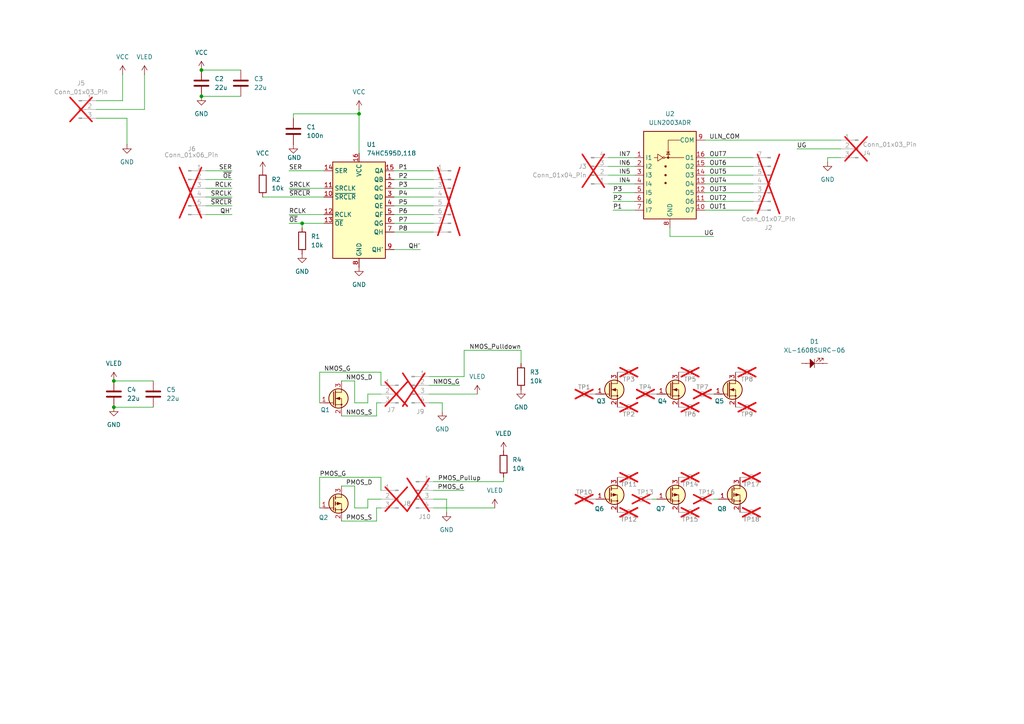
<source format=kicad_sch>
(kicad_sch (version 20231120) (generator "eeschema") (generator_version "8.0")
  (paper "A4")
  (lib_symbols
    (symbol "74xx:74HC595"
      (property "Reference" "U" (at -7.62 13.97 0))
      (property "Value" "74HC595" (at -7.62 -16.51 0))
      (symbol "74HC595_1_0"
        (pin tri_state line (at 10.16 7.62 180) (length 2.54) (name "QB") (number "1"))
        (pin input line (at -10.16 2.54 0) (length 2.54) (name "~{SRCLR}") (number "10"))
        (pin input line (at -10.16 5.08 0) (length 2.54) (name "SRCLK") (number "11"))
        (pin input line (at -10.16 -2.54 0) (length 2.54) (name "RCLK") (number "12"))
        (pin input line (at -10.16 -5.08 0) (length 2.54) (name "~{OE}") (number "13"))
        (pin input line (at -10.16 10.16 0) (length 2.54) (name "SER") (number "14"))
        (pin tri_state line (at 10.16 10.16 180) (length 2.54) (name "QA") (number "15"))
        (pin power_in line (at 0 15.24 270) (length 2.54) (name "VCC") (number "16"))
        (pin tri_state line (at 10.16 5.08 180) (length 2.54) (name "QC") (number "2"))
        (pin tri_state line (at 10.16 2.54 180) (length 2.54) (name "QD") (number "3"))
        (pin tri_state line (at 10.16 0 180) (length 2.54) (name "QE") (number "4"))
        (pin tri_state line (at 10.16 -2.54 180) (length 2.54) (name "QF") (number "5"))
        (pin tri_state line (at 10.16 -5.08 180) (length 2.54) (name "QG") (number "6"))
        (pin tri_state line (at 10.16 -7.62 180) (length 2.54) (name "QH") (number "7"))
        (pin power_in line (at 0 -17.78 90) (length 2.54) (name "GND") (number "8"))
        (pin output line (at 10.16 -12.7 180) (length 2.54) (name "QH'") (number "9"))
      )
      (symbol "74HC595_1_1"
        (rectangle (start -7.62 12.7) (end 7.62 -15.24) (stroke (width 0.254)) (fill (type background)))
      )
    )
    (symbol "Connector:Conn_01x03_Pin" (pin_names (offset 1.016) hide)
      (property "Reference" "J" (at 0 5.08 0))
      (property "Value" "Conn_01x03_Pin" (at 0 -5.08 0))
      (symbol "Conn_01x03_Pin_1_1"
        (polyline (pts (xy 1.27 -2.54) (xy 0.8636 -2.54)) (stroke (width 0.1524)))
        (polyline (pts (xy 1.27 0) (xy 0.8636 0)) (stroke (width 0.1524)))
        (polyline (pts (xy 1.27 2.54) (xy 0.8636 2.54)) (stroke (width 0.1524)))
        (rectangle (start 0.8636 -2.413) (end 0 -2.667) (stroke (width 0.1524)) (fill (type outline)))
        (rectangle (start 0.8636 0.127) (end 0 -0.127) (stroke (width 0.1524)) (fill (type outline)))
        (rectangle (start 0.8636 2.667) (end 0 2.413) (stroke (width 0.1524)) (fill (type outline)))
        (pin passive line (at 5.08 2.54 180) (length 3.81) (name "Pin_1") (number "1"))
        (pin passive line (at 5.08 0 180) (length 3.81) (name "Pin_2") (number "2"))
        (pin passive line (at 5.08 -2.54 180) (length 3.81) (name "Pin_3") (number "3"))
      )
    )
    (symbol "Connector:Conn_01x04_Pin" (pin_names (offset 1.016) hide)
      (property "Reference" "J" (at 0 5.08 0))
      (property "Value" "Conn_01x04_Pin" (at 0 -7.62 0))
      (symbol "Conn_01x04_Pin_1_1"
        (polyline (pts (xy 1.27 -5.08) (xy 0.8636 -5.08)) (stroke (width 0.1524)))
        (polyline (pts (xy 1.27 -2.54) (xy 0.8636 -2.54)) (stroke (width 0.1524)))
        (polyline (pts (xy 1.27 0) (xy 0.8636 0)) (stroke (width 0.1524)))
        (polyline (pts (xy 1.27 2.54) (xy 0.8636 2.54)) (stroke (width 0.1524)))
        (rectangle (start 0.8636 -4.953) (end 0 -5.207) (stroke (width 0.1524)) (fill (type outline)))
        (rectangle (start 0.8636 -2.413) (end 0 -2.667) (stroke (width 0.1524)) (fill (type outline)))
        (rectangle (start 0.8636 0.127) (end 0 -0.127) (stroke (width 0.1524)) (fill (type outline)))
        (rectangle (start 0.8636 2.667) (end 0 2.413) (stroke (width 0.1524)) (fill (type outline)))
        (pin passive line (at 5.08 2.54 180) (length 3.81) (name "Pin_1") (number "1"))
        (pin passive line (at 5.08 0 180) (length 3.81) (name "Pin_2") (number "2"))
        (pin passive line (at 5.08 -2.54 180) (length 3.81) (name "Pin_3") (number "3"))
        (pin passive line (at 5.08 -5.08 180) (length 3.81) (name "Pin_4") (number "4"))
      )
    )
    (symbol "Connector:Conn_01x06_Pin" (pin_names (offset 1.016) hide)
      (property "Reference" "J" (at 0 7.62 0))
      (property "Value" "Conn_01x06_Pin" (at 0 -10.16 0))
      (symbol "Conn_01x06_Pin_1_1"
        (polyline (pts (xy 1.27 -7.62) (xy 0.8636 -7.62)) (stroke (width 0.1524)))
        (polyline (pts (xy 1.27 -5.08) (xy 0.8636 -5.08)) (stroke (width 0.1524)))
        (polyline (pts (xy 1.27 -2.54) (xy 0.8636 -2.54)) (stroke (width 0.1524)))
        (polyline (pts (xy 1.27 0) (xy 0.8636 0)) (stroke (width 0.1524)))
        (polyline (pts (xy 1.27 2.54) (xy 0.8636 2.54)) (stroke (width 0.1524)))
        (polyline (pts (xy 1.27 5.08) (xy 0.8636 5.08)) (stroke (width 0.1524)))
        (rectangle (start 0.8636 -7.493) (end 0 -7.747) (stroke (width 0.1524)) (fill (type outline)))
        (rectangle (start 0.8636 -4.953) (end 0 -5.207) (stroke (width 0.1524)) (fill (type outline)))
        (rectangle (start 0.8636 -2.413) (end 0 -2.667) (stroke (width 0.1524)) (fill (type outline)))
        (rectangle (start 0.8636 0.127) (end 0 -0.127) (stroke (width 0.1524)) (fill (type outline)))
        (rectangle (start 0.8636 2.667) (end 0 2.413) (stroke (width 0.1524)) (fill (type outline)))
        (rectangle (start 0.8636 5.207) (end 0 4.953) (stroke (width 0.1524)) (fill (type outline)))
        (pin passive line (at 5.08 5.08 180) (length 3.81) (name "Pin_1") (number "1"))
        (pin passive line (at 5.08 2.54 180) (length 3.81) (name "Pin_2") (number "2"))
        (pin passive line (at 5.08 0 180) (length 3.81) (name "Pin_3") (number "3"))
        (pin passive line (at 5.08 -2.54 180) (length 3.81) (name "Pin_4") (number "4"))
        (pin passive line (at 5.08 -5.08 180) (length 3.81) (name "Pin_5") (number "5"))
        (pin passive line (at 5.08 -7.62 180) (length 3.81) (name "Pin_6") (number "6"))
      )
    )
    (symbol "Connector:Conn_01x07_Pin" (pin_names (offset 1.016) hide)
      (property "Reference" "J" (at 0 10.16 0))
      (property "Value" "Conn_01x07_Pin" (at 0 -10.16 0))
      (symbol "Conn_01x07_Pin_1_1"
        (polyline (pts (xy 1.27 -7.62) (xy 0.8636 -7.62)) (stroke (width 0.1524)))
        (polyline (pts (xy 1.27 -5.08) (xy 0.8636 -5.08)) (stroke (width 0.1524)))
        (polyline (pts (xy 1.27 -2.54) (xy 0.8636 -2.54)) (stroke (width 0.1524)))
        (polyline (pts (xy 1.27 0) (xy 0.8636 0)) (stroke (width 0.1524)))
        (polyline (pts (xy 1.27 2.54) (xy 0.8636 2.54)) (stroke (width 0.1524)))
        (polyline (pts (xy 1.27 5.08) (xy 0.8636 5.08)) (stroke (width 0.1524)))
        (polyline (pts (xy 1.27 7.62) (xy 0.8636 7.62)) (stroke (width 0.1524)))
        (rectangle (start 0.8636 -7.493) (end 0 -7.747) (stroke (width 0.1524)) (fill (type outline)))
        (rectangle (start 0.8636 -4.953) (end 0 -5.207) (stroke (width 0.1524)) (fill (type outline)))
        (rectangle (start 0.8636 -2.413) (end 0 -2.667) (stroke (width 0.1524)) (fill (type outline)))
        (rectangle (start 0.8636 0.127) (end 0 -0.127) (stroke (width 0.1524)) (fill (type outline)))
        (rectangle (start 0.8636 2.667) (end 0 2.413) (stroke (width 0.1524)) (fill (type outline)))
        (rectangle (start 0.8636 5.207) (end 0 4.953) (stroke (width 0.1524)) (fill (type outline)))
        (rectangle (start 0.8636 7.747) (end 0 7.493) (stroke (width 0.1524)) (fill (type outline)))
        (pin passive line (at 5.08 7.62 180) (length 3.81) (name "Pin_1") (number "1"))
        (pin passive line (at 5.08 5.08 180) (length 3.81) (name "Pin_2") (number "2"))
        (pin passive line (at 5.08 2.54 180) (length 3.81) (name "Pin_3") (number "3"))
        (pin passive line (at 5.08 0 180) (length 3.81) (name "Pin_4") (number "4"))
        (pin passive line (at 5.08 -2.54 180) (length 3.81) (name "Pin_5") (number "5"))
        (pin passive line (at 5.08 -5.08 180) (length 3.81) (name "Pin_6") (number "6"))
        (pin passive line (at 5.08 -7.62 180) (length 3.81) (name "Pin_7") (number "7"))
      )
    )
    (symbol "Connector:Conn_01x08_Pin" (pin_names (offset 1.016) hide)
      (property "Reference" "J" (at 0 10.16 0))
      (property "Value" "Conn_01x08_Pin" (at 0 -12.7 0))
      (symbol "Conn_01x08_Pin_1_1"
        (polyline (pts (xy 1.27 -10.16) (xy 0.8636 -10.16)) (stroke (width 0.1524)))
        (polyline (pts (xy 1.27 -7.62) (xy 0.8636 -7.62)) (stroke (width 0.1524)))
        (polyline (pts (xy 1.27 -5.08) (xy 0.8636 -5.08)) (stroke (width 0.1524)))
        (polyline (pts (xy 1.27 -2.54) (xy 0.8636 -2.54)) (stroke (width 0.1524)))
        (polyline (pts (xy 1.27 0) (xy 0.8636 0)) (stroke (width 0.1524)))
        (polyline (pts (xy 1.27 2.54) (xy 0.8636 2.54)) (stroke (width 0.1524)))
        (polyline (pts (xy 1.27 5.08) (xy 0.8636 5.08)) (stroke (width 0.1524)))
        (polyline (pts (xy 1.27 7.62) (xy 0.8636 7.62)) (stroke (width 0.1524)))
        (rectangle (start 0.8636 -10.033) (end 0 -10.287) (stroke (width 0.1524)) (fill (type outline)))
        (rectangle (start 0.8636 -7.493) (end 0 -7.747) (stroke (width 0.1524)) (fill (type outline)))
        (rectangle (start 0.8636 -4.953) (end 0 -5.207) (stroke (width 0.1524)) (fill (type outline)))
        (rectangle (start 0.8636 -2.413) (end 0 -2.667) (stroke (width 0.1524)) (fill (type outline)))
        (rectangle (start 0.8636 0.127) (end 0 -0.127) (stroke (width 0.1524)) (fill (type outline)))
        (rectangle (start 0.8636 2.667) (end 0 2.413) (stroke (width 0.1524)) (fill (type outline)))
        (rectangle (start 0.8636 5.207) (end 0 4.953) (stroke (width 0.1524)) (fill (type outline)))
        (rectangle (start 0.8636 7.747) (end 0 7.493) (stroke (width 0.1524)) (fill (type outline)))
        (pin passive line (at 5.08 7.62 180) (length 3.81) (name "Pin_1") (number "1"))
        (pin passive line (at 5.08 5.08 180) (length 3.81) (name "Pin_2") (number "2"))
        (pin passive line (at 5.08 2.54 180) (length 3.81) (name "Pin_3") (number "3"))
        (pin passive line (at 5.08 0 180) (length 3.81) (name "Pin_4") (number "4"))
        (pin passive line (at 5.08 -2.54 180) (length 3.81) (name "Pin_5") (number "5"))
        (pin passive line (at 5.08 -5.08 180) (length 3.81) (name "Pin_6") (number "6"))
        (pin passive line (at 5.08 -7.62 180) (length 3.81) (name "Pin_7") (number "7"))
        (pin passive line (at 5.08 -10.16 180) (length 3.81) (name "Pin_8") (number "8"))
      )
    )
    (symbol "Connector:TestPoint" (pin_numbers hide) (pin_names (offset 0.762) hide)
      (property "Reference" "TP" (at 0 6.858 0))
      (property "Value" "TestPoint" (at 0 5.08 0))
      (symbol "TestPoint_0_1"
        (circle (center 0 3.302) (radius 0.762))
      )
      (symbol "TestPoint_1_1"
        (pin passive line (at 0 0 90) (length 2.54) (name "1") (number "1"))
      )
    )
    (symbol "Device:C" (pin_numbers hide) (pin_names (offset 0.254))
      (property "Reference" "C" (at 0.635 2.54 0))
      (property "Value" "C" (at 0.635 -2.54 0))
      (symbol "C_0_1"
        (polyline (pts (xy -2.032 -0.762) (xy 2.032 -0.762)) (stroke (width 0.508)))
        (polyline (pts (xy -2.032 0.762) (xy 2.032 0.762)) (stroke (width 0.508)))
      )
      (symbol "C_1_1"
        (pin passive line (at 0 3.81 270) (length 2.794) (name "~") (number "1"))
        (pin passive line (at 0 -3.81 90) (length 2.794) (name "~") (number "2"))
      )
    )
    (symbol "Device:R" (pin_numbers hide) (pin_names (offset 0))
      (property "Reference" "R" (at 2.032 0 90))
      (property "Value" "R" (at 0 0 90))
      (symbol "R_0_1"
        (rectangle (start -1.016 -2.54) (end 1.016 2.54) (stroke (width 0.254)))
      )
      (symbol "R_1_1"
        (pin passive line (at 0 3.81 270) (length 1.27) (name "~") (number "1"))
        (pin passive line (at 0 -3.81 90) (length 1.27) (name "~") (number "2"))
      )
    )
    (symbol "PCM_SL_Devices:LED"
      (property "Reference" "D" (at -0.508 5.334 0))
      (property "Value" "LED" (at -0.508 2.794 0))
      (symbol "LED_0_1"
        (polyline (pts (xy -1.27 0) (xy -2.54 0)))
        (polyline (pts (xy 0 1.27) (xy 0 -1.27)))
        (polyline (pts (xy 0.508 0.508) (xy 1.524 1.524)))
        (polyline (pts (xy 1.27 0) (xy 2.54 0)))
        (polyline (pts (xy 1.524 0.508) (xy 2.54 1.524)))
        (polyline (pts (xy 1.524 1.524) (xy 0.889 1.524)))
        (polyline (pts (xy 1.524 1.524) (xy 1.524 0.889)))
        (polyline (pts (xy 2.54 1.524) (xy 1.905 1.524)))
        (polyline (pts (xy 2.54 1.524) (xy 2.54 0.889)))
        (polyline (pts (xy 0 0) (xy -1.27 -1.27) (xy -1.27 1.27) (xy 0 0) (xy 1.27 0)) (fill (type outline)))
      )
      (symbol "LED_1_1"
        (pin passive line (at 3.81 0 180) (length 1.5) (name "~") (number "1"))
        (pin passive line (at -3.81 0 0) (length 1.5) (name "") (number "2"))
      )
    )
    (symbol "PCM_Transistor_MOSFET_AKL:Q_NMOS-D_Generic_GSD" (pin_names hide)
      (property "Reference" "Q" (at 5.08 1.27 0))
      (property "Value" "Q_NMOS-D_Generic_GSD" (at 5.08 -1.27 0))
      (symbol "Q_NMOS-D_Generic_GSD_0_1"
        (polyline (pts (xy 0.254 -1.27) (xy -2.54 -1.27)))
        (polyline (pts (xy 0.254 1.905) (xy 0.254 -1.905)) (stroke (width 0.254)))
        (polyline (pts (xy 0.762 -2.286) (xy 0.762 2.286)) (stroke (width 0.254)))
        (polyline (pts (xy 0.762 -1.778) (xy 2.54 -1.778)))
        (polyline (pts (xy 2.54 1.778) (xy 0.762 1.778)))
        (polyline (pts (xy 2.54 2.54) (xy 2.54 1.778)))
        (polyline (pts (xy 2.54 -2.54) (xy 2.54 0) (xy 0.762 0)))
        (polyline (pts (xy 1.016 0) (xy 2.032 0.381) (xy 2.032 -0.381) (xy 1.016 0)) (fill (type outline)))
        (circle (center 1.651 0) (radius 2.794) (stroke (width 0.254)) (fill (type background)))
        (circle (center 2.54 -1.778) (radius 0.1778) (fill (type outline)))
      )
      (symbol "Q_NMOS-D_Generic_GSD_1_1"
        (pin input line (at -3.81 -1.27 0) (length 2.54) (name "G") (number "1"))
        (pin passive line (at 2.54 -5.08 90) (length 2.54) (name "S") (number "2"))
        (pin passive line (at 2.54 5.08 270) (length 2.54) (name "D") (number "3"))
      )
    )
    (symbol "PCM_Transistor_MOSFET_AKL:Q_PMOS-E_Generic_GSD" (pin_names hide)
      (property "Reference" "Q" (at 5.08 1.27 0))
      (property "Value" "Q_PMOS-E_Generic_GSD" (at 5.08 -1.27 0))
      (symbol "Q_PMOS-E_Generic_GSD_0_1"
        (polyline (pts (xy 0.254 -1.905) (xy 0.254 1.905)) (stroke (width 0.254)))
        (polyline (pts (xy 0.254 1.27) (xy -2.54 1.27)))
        (polyline (pts (xy 0.762 -2.286) (xy 0.762 -1.27)) (stroke (width 0.254)))
        (polyline (pts (xy 0.762 -1.778) (xy 2.54 -1.778)))
        (polyline (pts (xy 0.762 -0.508) (xy 0.762 0.508)) (stroke (width 0.254)))
        (polyline (pts (xy 0.762 1.27) (xy 0.762 2.286)) (stroke (width 0.254)))
        (polyline (pts (xy 0.762 1.778) (xy 2.54 1.778)))
        (polyline (pts (xy 2.54 -2.54) (xy 2.54 -1.778)))
        (polyline (pts (xy 2.54 2.54) (xy 2.54 0) (xy 0.762 0)))
        (polyline (pts (xy 2.286 0) (xy 1.27 -0.381) (xy 1.27 0.381) (xy 2.286 0)) (fill (type outline)))
      )
      (symbol "Q_PMOS-E_Generic_GSD_1_1"
        (circle (center 1.651 0) (radius 2.794) (stroke (width 0.254)) (fill (type background)))
        (circle (center 2.54 1.778) (radius 0.1778) (fill (type outline)))
        (pin input line (at -3.81 1.27 0) (length 2.54) (name "G") (number "1"))
        (pin passive line (at 2.54 5.08 270) (length 2.54) (name "S") (number "2"))
        (pin passive line (at 2.54 -5.08 90) (length 2.54) (name "D") (number "3"))
      )
    )
    (symbol "Transistor_Array:ULN2003"
      (property "Reference" "U" (at 0 15.875 0))
      (property "Value" "ULN2003" (at 0 13.97 0))
      (symbol "ULN2003_0_1"
        (rectangle (start -7.62 -12.7) (end 7.62 12.7) (stroke (width 0.254)) (fill (type background)))
        (circle (center -1.778 5.08) (radius 0.254))
        (circle (center -1.27 -2.286) (radius 0.254) (fill (type outline)))
        (circle (center -1.27 0) (radius 0.254) (fill (type outline)))
        (circle (center -1.27 2.54) (radius 0.254) (fill (type outline)))
        (circle (center -0.508 5.08) (radius 0.254) (fill (type outline)))
        (polyline (pts (xy -4.572 5.08) (xy -3.556 5.08)))
        (polyline (pts (xy -1.524 5.08) (xy 4.064 5.08)))
        (polyline (pts (xy 0 6.731) (xy -1.016 6.731)))
        (polyline (pts (xy -0.508 5.08) (xy -0.508 10.16) (xy 2.921 10.16)))
        (polyline (pts (xy -3.556 6.096) (xy -3.556 4.064) (xy -2.032 5.08) (xy -3.556 6.096)))
        (polyline (pts (xy 0 5.969) (xy -1.016 5.969) (xy -0.508 6.731) (xy 0 5.969)))
      )
      (symbol "ULN2003_1_1"
        (pin input line (at -10.16 5.08 0) (length 2.54) (name "I1") (number "1"))
        (pin open_collector line (at 10.16 -10.16 180) (length 2.54) (name "O7") (number "10"))
        (pin open_collector line (at 10.16 -7.62 180) (length 2.54) (name "O6") (number "11"))
        (pin open_collector line (at 10.16 -5.08 180) (length 2.54) (name "O5") (number "12"))
        (pin open_collector line (at 10.16 -2.54 180) (length 2.54) (name "O4") (number "13"))
        (pin open_collector line (at 10.16 0 180) (length 2.54) (name "O3") (number "14"))
        (pin open_collector line (at 10.16 2.54 180) (length 2.54) (name "O2") (number "15"))
        (pin open_collector line (at 10.16 5.08 180) (length 2.54) (name "O1") (number "16"))
        (pin input line (at -10.16 2.54 0) (length 2.54) (name "I2") (number "2"))
        (pin input line (at -10.16 0 0) (length 2.54) (name "I3") (number "3"))
        (pin input line (at -10.16 -2.54 0) (length 2.54) (name "I4") (number "4"))
        (pin input line (at -10.16 -5.08 0) (length 2.54) (name "I5") (number "5"))
        (pin input line (at -10.16 -7.62 0) (length 2.54) (name "I6") (number "6"))
        (pin input line (at -10.16 -10.16 0) (length 2.54) (name "I7") (number "7"))
        (pin power_in line (at 0 -15.24 90) (length 2.54) (name "GND") (number "8"))
        (pin passive line (at 10.16 10.16 180) (length 2.54) (name "COM") (number "9"))
      )
    )
    (symbol "power:GND" (power) (pin_numbers hide) (pin_names (offset 0) hide)
      (property "Value" "GND" (at 0 -3.81 0))
      (symbol "GND_0_1"
        (polyline (pts (xy 0 0) (xy 0 -1.27) (xy 1.27 -1.27) (xy 0 -2.54) (xy -1.27 -1.27) (xy 0 -1.27)))
      )
      (symbol "GND_1_1"
        (pin power_in line (at 0 0 270) (length 0) (name "~") (number "1"))
      )
    )
    (symbol "power:VCC" (power) (pin_numbers hide) (pin_names (offset 0) hide)
      (property "Value" "VCC" (at 0 3.556 0))
      (symbol "VCC_0_1"
        (polyline (pts (xy -0.762 1.27) (xy 0 2.54)))
        (polyline (pts (xy 0 0) (xy 0 2.54)))
        (polyline (pts (xy 0 2.54) (xy 0.762 1.27)))
      )
      (symbol "VCC_1_1"
        (pin power_in line (at 0 0 90) (length 0) (name "~") (number "1"))
      )
    )
  )
  (junction (at 33.02 110.49))
  (junction (at 58.42 20.32))
  (junction (at 58.42 27.94))
  (junction (at 104.14 33.02))
  (junction (at 87.63 64.77))
  (junction (at 33.02 118.11))
  (wire (pts (xy 134.62 109.22) (xy 134.62 101.6)))
  (wire (pts (xy 33.02 110.49) (xy 44.45 110.49)))
  (wire (pts (xy 87.63 64.77) (xy 83.82 64.77)))
  (wire (pts (xy 129.54 144.78) (xy 125.73 144.78)))
  (wire (pts (xy 109.22 116.84) (xy 110.49 116.84)))
  (wire (pts (xy 59.69 49.53) (xy 67.31 49.53)))
  (wire (pts (xy 177.8 55.88) (xy 184.15 55.88)))
  (wire (pts (xy 125.73 139.7) (xy 146.05 139.7)))
  (wire (pts (xy 99.06 140.97) (xy 102.87 140.97)))
  (wire (pts (xy 106.68 147.32) (xy 106.68 144.78)))
  (wire (pts (xy 83.82 54.61) (xy 93.98 54.61)))
  (wire (pts (xy 27.94 34.29) (xy 36.83 34.29)))
  (wire (pts (xy 125.73 59.69) (xy 114.3 59.69)))
  (wire (pts (xy 204.47 48.26) (xy 218.44 48.26)))
  (wire (pts (xy 76.2 57.15) (xy 93.98 57.15)))
  (wire (pts (xy 176.53 50.8) (xy 184.15 50.8)))
  (wire (pts (xy 124.46 111.76) (xy 133.35 111.76)))
  (wire (pts (xy 125.73 67.31) (xy 114.3 67.31)))
  (wire (pts (xy 110.49 138.43) (xy 110.49 142.24)))
  (wire (pts (xy 59.69 52.07) (xy 67.31 52.07)))
  (wire (pts (xy 83.82 62.23) (xy 93.98 62.23)))
  (wire (pts (xy 59.69 57.15) (xy 67.31 57.15)))
  (wire (pts (xy 99.06 110.49) (xy 102.87 110.49)))
  (wire (pts (xy 124.46 116.84) (xy 128.27 116.84)))
  (wire (pts (xy 125.73 142.24) (xy 134.62 142.24)))
  (wire (pts (xy 109.22 147.32) (xy 109.22 151.13)))
  (wire (pts (xy 204.47 53.34) (xy 218.44 53.34)))
  (wire (pts (xy 109.22 147.32) (xy 110.49 147.32)))
  (wire (pts (xy 33.02 118.11) (xy 44.45 118.11)))
  (wire (pts (xy 99.06 151.13) (xy 109.22 151.13)))
  (wire (pts (xy 110.49 107.95) (xy 110.49 111.76)))
  (wire (pts (xy 125.73 62.23) (xy 114.3 62.23)))
  (wire (pts (xy 194.31 66.04) (xy 194.31 68.58)))
  (wire (pts (xy 240.03 45.72) (xy 243.84 45.72)))
  (wire (pts (xy 35.56 21.59) (xy 35.56 29.21)))
  (wire (pts (xy 36.83 34.29) (xy 36.83 41.91)))
  (wire (pts (xy 128.27 116.84) (xy 128.27 119.38)))
  (wire (pts (xy 243.84 43.18) (xy 231.14 43.18)))
  (wire (pts (xy 204.47 55.88) (xy 218.44 55.88)))
  (wire (pts (xy 146.05 139.7) (xy 146.05 138.43)))
  (wire (pts (xy 125.73 57.15) (xy 114.3 57.15)))
  (wire (pts (xy 194.31 68.58) (xy 207.01 68.58)))
  (wire (pts (xy 125.73 52.07) (xy 114.3 52.07)))
  (wire (pts (xy 240.03 45.72) (xy 240.03 46.99)))
  (wire (pts (xy 124.46 114.3) (xy 138.43 114.3)))
  (wire (pts (xy 106.68 114.3) (xy 110.49 114.3)))
  (wire (pts (xy 102.87 147.32) (xy 106.68 147.32)))
  (wire (pts (xy 124.46 109.22) (xy 134.62 109.22)))
  (wire (pts (xy 104.14 33.02) (xy 104.14 44.45)))
  (wire (pts (xy 85.09 33.02) (xy 104.14 33.02)))
  (wire (pts (xy 92.71 138.43) (xy 110.49 138.43)))
  (wire (pts (xy 204.47 60.96) (xy 218.44 60.96)))
  (wire (pts (xy 102.87 116.84) (xy 106.68 116.84)))
  (wire (pts (xy 87.63 64.77) (xy 93.98 64.77)))
  (wire (pts (xy 104.14 31.75) (xy 104.14 33.02)))
  (wire (pts (xy 151.13 101.6) (xy 151.13 105.41)))
  (wire (pts (xy 92.71 116.84) (xy 92.71 107.95)))
  (wire (pts (xy 125.73 147.32) (xy 143.51 147.32)))
  (wire (pts (xy 41.91 21.59) (xy 41.91 31.75)))
  (wire (pts (xy 99.06 120.65) (xy 109.22 120.65)))
  (wire (pts (xy 106.68 116.84) (xy 106.68 114.3)))
  (wire (pts (xy 176.53 53.34) (xy 184.15 53.34)))
  (wire (pts (xy 125.73 49.53) (xy 114.3 49.53)))
  (wire (pts (xy 109.22 116.84) (xy 109.22 120.65)))
  (wire (pts (xy 106.68 144.78) (xy 110.49 144.78)))
  (wire (pts (xy 92.71 147.32) (xy 92.71 138.43)))
  (wire (pts (xy 58.42 20.32) (xy 69.85 20.32)))
  (wire (pts (xy 204.47 45.72) (xy 218.44 45.72)))
  (wire (pts (xy 92.71 107.95) (xy 110.49 107.95)))
  (wire (pts (xy 27.94 29.21) (xy 35.56 29.21)))
  (wire (pts (xy 129.54 144.78) (xy 129.54 148.59)))
  (wire (pts (xy 208.28 144.78) (xy 207.01 144.78)))
  (wire (pts (xy 134.62 101.6) (xy 151.13 101.6)))
  (wire (pts (xy 59.69 54.61) (xy 67.31 54.61)))
  (wire (pts (xy 59.69 59.69) (xy 67.31 59.69)))
  (wire (pts (xy 125.73 54.61) (xy 114.3 54.61)))
  (wire (pts (xy 83.82 49.53) (xy 93.98 49.53)))
  (wire (pts (xy 177.8 58.42) (xy 184.15 58.42)))
  (wire (pts (xy 59.69 62.23) (xy 67.31 62.23)))
  (wire (pts (xy 176.53 45.72) (xy 184.15 45.72)))
  (wire (pts (xy 58.42 27.94) (xy 69.85 27.94)))
  (wire (pts (xy 177.8 60.96) (xy 184.15 60.96)))
  (wire (pts (xy 85.09 33.02) (xy 85.09 34.29)))
  (wire (pts (xy 114.3 72.39) (xy 121.92 72.39)))
  (wire (pts (xy 204.47 50.8) (xy 218.44 50.8)))
  (wire (pts (xy 204.47 58.42) (xy 218.44 58.42)))
  (wire (pts (xy 190.5 144.78) (xy 189.23 144.78)))
  (wire (pts (xy 102.87 140.97) (xy 102.87 147.32)))
  (wire (pts (xy 27.94 31.75) (xy 41.91 31.75)))
  (wire (pts (xy 243.84 40.64) (xy 204.47 40.64)))
  (wire (pts (xy 176.53 48.26) (xy 184.15 48.26)))
  (wire (pts (xy 87.63 64.77) (xy 87.63 66.04)))
  (wire (pts (xy 102.87 110.49) (xy 102.87 116.84)))
  (wire (pts (xy 125.73 64.77) (xy 114.3 64.77)))
  (label "PMOS_S" (at 100.33 151.13 0))
  (label "P2" (at 115.57 52.07 0))
  (label "NMOS_Pulldown" (at 151.13 101.6 180))
  (label "IN4" (at 182.88 53.34 180))
  (label "P5" (at 115.57 59.69 0))
  (label "PMOS_D" (at 100.33 140.97 0))
  (label "~{SRCLR}" (at 67.31 59.69 180))
  (label "P3" (at 177.8 55.88 0))
  (label "OUT7" (at 205.74 45.72 0))
  (label "ULN_COM" (at 214.63 40.64 180))
  (label "~{SRCLR}" (at 83.82 57.15 0))
  (label "OUT1" (at 205.74 60.96 0))
  (label "IN5" (at 182.88 50.8 180))
  (label "P1" (at 115.57 49.53 0))
  (label "~{OE}" (at 67.31 52.07 180))
  (label "SER" (at 67.31 49.53 180))
  (label "IN7" (at 182.88 45.72 180))
  (label "SRCLK" (at 83.82 54.61 0))
  (label "NMOS_G" (at 133.35 111.76 180))
  (label "UG" (at 231.14 43.18 0))
  (label "P6" (at 115.57 62.23 0))
  (label "P8" (at 115.57 67.31 0))
  (label "OUT5" (at 205.74 50.8 0))
  (label "SER" (at 83.82 49.53 0))
  (label "~{OE}" (at 83.82 64.77 0))
  (label "OUT2" (at 205.74 58.42 0))
  (label "OUT6" (at 205.74 48.26 0))
  (label "IN6" (at 182.88 48.26 180))
  (label "PMOS_G" (at 92.71 138.43 0))
  (label "P1" (at 177.8 60.96 0))
  (label "NMOS_G" (at 93.98 107.95 0))
  (label "SRCLK" (at 67.31 57.15 180))
  (label "UG" (at 207.01 68.58 180))
  (label "NMOS_S" (at 100.33 120.65 0))
  (label "P3" (at 115.57 54.61 0))
  (label "QH'" (at 67.31 62.23 180))
  (label "P4" (at 115.57 57.15 0))
  (label "NMOS_D" (at 100.33 110.49 0))
  (label "QH'" (at 121.92 72.39 180))
  (label "RCLK" (at 67.31 54.61 180))
  (label "RCLK" (at 83.82 62.23 0))
  (label "PMOS_G" (at 134.62 142.24 180))
  (label "PMOS_Pullup" (at 127 139.7 0))
  (label "P7" (at 115.57 64.77 0))
  (label "OUT3" (at 205.74 55.88 0))
  (label "P2" (at 177.8 58.42 0))
  (label "OUT4" (at 205.74 53.34 0))
  (symbol (lib_id "Connector:TestPoint") (at 196.85 107.95 270) (unit 1) (dnp yes)
    (property "Reference" "TP5" (at 200.152 109.982 90))
    (property "Value" "TestPoint" (effects (hide yes)))
    (property "Footprint" "TestPoint:TestPoint_Pad_D1.0mm" (effects (hide yes)))
    (property "Description" "test point" (effects (hide yes)))
  )
  (symbol (lib_id "Device:R") (at 87.63 69.85 0) (unit 1)
    (property "Reference" "R1" (at 90.17 68.5799 0) (effects (justify left)))
    (property "Value" "10k" (at 90.17 71.1199 0) (effects (justify left)))
    (property "Footprint" "PCM_Resistor_SMD_AKL:R_0603_1608Metric_Pad0.98x0.95mm" (effects (hide yes)))
    (property "Description" "Resistor" (effects (hide yes)))
    (property "LCSC" "C25804" (effects (hide yes)))
  )
  (symbol (lib_id "power:GND") (at 151.13 113.03 0) (unit 1)
    (property "Reference" "#PWR016" (effects (hide yes)))
    (property "Value" "GND" (at 151.13 118.11 0))
    (property "Description" "Power symbol creates a global label with name \"GND\" , ground" (effects (hide yes)))
  )
  (symbol (lib_id "PCM_Transistor_MOSFET_AKL:Q_NMOS-D_Generic_GSD") (at 96.52 115.57 0) (unit 1)
    (property "Reference" "Q1" (at 92.964 118.872 0) (effects (justify left)))
    (property "Value" "HL2304" (effects (hide yes)))
    (property "Footprint" "PCM_Package_TO_SOT_SMD_AKL:SOT-23" (effects (hide yes)))
    (property "Description" "N-MOSFET depletion mode transistor, generic symbol, Alternate KiCAD Library" (effects (hide yes)))
    (property "LCSC" "C7420346" (effects (hide yes)))
  )
  (symbol (lib_id "Connector:TestPoint") (at 213.36 118.11 270) (unit 1) (dnp yes)
    (property "Reference" "TP9" (at 216.662 120.142 90))
    (property "Value" "TestPoint" (effects (hide yes)))
    (property "Footprint" "TestPoint:TestPoint_Pad_D1.0mm" (effects (hide yes)))
    (property "Description" "test point" (effects (hide yes)))
  )
  (symbol (lib_id "power:VCC") (at 41.91 21.59 0) (unit 1)
    (property "Reference" "#PWR07" (effects (hide yes)))
    (property "Value" "VLED" (at 41.91 16.51 0))
    (property "Description" "Power symbol creates a global label with name \"VCC\"" (effects (hide yes)))
  )
  (symbol (lib_id "Connector:TestPoint") (at 179.07 138.43 270) (unit 1) (dnp yes)
    (property "Reference" "TP11" (at 182.372 140.462 90))
    (property "Value" "TestPoint" (effects (hide yes)))
    (property "Footprint" "TestPoint:TestPoint_Pad_D1.0mm" (effects (hide yes)))
    (property "Description" "test point" (effects (hide yes)))
  )
  (symbol (lib_id "Connector:TestPoint") (at 172.72 114.3 90) (unit 1) (dnp yes)
    (property "Reference" "TP1" (at 169.418 112.268 90))
    (property "Value" "TestPoint" (effects (hide yes)))
    (property "Footprint" "TestPoint:TestPoint_Pad_D1.0mm" (effects (hide yes)))
    (property "Description" "test point" (effects (hide yes)))
  )
  (symbol (lib_id "Connector:TestPoint") (at 196.85 148.59 270) (unit 1) (dnp yes)
    (property "Reference" "TP15" (at 200.152 150.622 90))
    (property "Value" "TestPoint" (effects (hide yes)))
    (property "Footprint" "TestPoint:TestPoint_Pad_D1.0mm" (effects (hide yes)))
    (property "Description" "test point" (effects (hide yes)))
  )
  (symbol (lib_id "Connector:Conn_01x03_Pin") (at 115.57 144.78 0) (mirror y) (unit 1) (dnp yes)
    (property "Reference" "J8" (at 116.84 146.0501 0) (effects (justify right)))
    (property "Value" "Conn_01x03_Pin" (effects (hide yes)))
    (property "Footprint" "Connector_PinHeader_2.54mm:PinHeader_1x03_P2.54mm_Vertical" (effects (hide yes)))
    (property "Description" "Generic connector, single row, 01x03, script generated" (effects (hide yes)))
    (property "LCSC" "C49257" (effects (hide yes)))
  )
  (symbol (lib_id "Connector:Conn_01x07_Pin") (at 223.52 53.34 180) (unit 1) (dnp yes)
    (property "Reference" "J2" (at 222.885 66.04 0))
    (property "Value" "Conn_01x07_Pin" (at 222.885 63.5 0))
    (property "Footprint" "Connector_PinHeader_2.54mm:PinHeader_1x07_P2.54mm_Vertical" (effects (hide yes)))
    (property "Description" "Generic connector, single row, 01x07, script generated" (effects (hide yes)))
  )
  (symbol (lib_id "Connector:Conn_01x03_Pin") (at 115.57 114.3 0) (mirror y) (unit 1) (dnp yes)
    (property "Reference" "J7" (at 112.268 118.872 0) (effects (justify right)))
    (property "Value" "Conn_01x03_Pin" (effects (hide yes)))
    (property "Footprint" "Connector_PinHeader_2.54mm:PinHeader_1x03_P2.54mm_Vertical" (effects (hide yes)))
    (property "Description" "Generic connector, single row, 01x03, script generated" (effects (hide yes)))
    (property "LCSC" "C49257" (effects (hide yes)))
  )
  (symbol (lib_id "74xx:74HC595") (at 104.14 59.69 0) (unit 1)
    (property "Reference" "U1" (at 106.3341 41.91 0) (effects (justify left)))
    (property "Value" "74HC595D,118" (at 106.3341 44.45 0) (effects (justify left)))
    (property "Footprint" "Package_SO:SO-16_3.9x9.9mm_P1.27mm" (effects (hide yes)))
    (property "Datasheet" "http://www.ti.com/lit/ds/symlink/sn74hc595.pdf" (effects (hide yes)))
    (property "Description" "8-bit serial in/out Shift Register 3-State Outputs" (effects (hide yes)))
    (property "LCSC" "C5947" (effects (hide yes)))
    (property "JLCPCB Rotation Offset" "-90" (effects (hide yes)))
  )
  (symbol (lib_id "power:GND") (at 58.42 27.94 0) (unit 1)
    (property "Reference" "#PWR011" (effects (hide yes)))
    (property "Value" "GND" (at 58.42 33.02 0))
    (property "Description" "Power symbol creates a global label with name \"GND\" , ground" (effects (hide yes)))
  )
  (symbol (lib_id "Connector:TestPoint") (at 179.07 118.11 270) (unit 1) (dnp yes)
    (property "Reference" "TP2" (at 182.372 120.142 90))
    (property "Value" "TestPoint" (effects (hide yes)))
    (property "Footprint" "TestPoint:TestPoint_Pad_D1.0mm" (effects (hide yes)))
    (property "Description" "test point" (effects (hide yes)))
  )
  (symbol (lib_id "power:VCC") (at 58.42 20.32 0) (unit 1)
    (property "Reference" "#PWR010" (effects (hide yes)))
    (property "Value" "VCC" (at 58.42 15.24 0))
    (property "Description" "Power symbol creates a global label with name \"VCC\"" (effects (hide yes)))
  )
  (symbol (lib_id "power:GND") (at 36.83 41.91 0) (unit 1)
    (property "Reference" "#PWR05" (effects (hide yes)))
    (property "Value" "GND" (at 36.83 46.99 0))
    (property "Description" "Power symbol creates a global label with name \"GND\" , ground" (effects (hide yes)))
  )
  (symbol (lib_id "Connector:Conn_01x04_Pin") (at 171.45 50.8 0) (mirror x) (unit 1) (dnp yes)
    (property "Reference" "J3" (at 170.18 48.2599 0) (effects (justify right)))
    (property "Value" "Conn_01x04_Pin" (at 170.18 50.7999 0) (effects (justify right)))
    (property "Footprint" "Connector_PinHeader_2.54mm:PinHeader_1x04_P2.54mm_Vertical" (effects (hide yes)))
    (property "Description" "Generic connector, single row, 01x04, script generated" (effects (hide yes)))
  )
  (symbol (lib_id "Connector:Conn_01x04_Pin") (at 120.65 142.24 0) (unit 1) (dnp yes)
    (property "Reference" "J10" (at 123.19 149.86 0))
    (property "Value" "Conn_01x04_Pin" (effects (hide yes)))
    (property "Footprint" "Connector_PinHeader_2.54mm:PinHeader_1x04_P2.54mm_Vertical" (effects (hide yes)))
    (property "Description" "Generic connector, single row, 01x04, script generated" (effects (hide yes)))
  )
  (symbol (lib_id "Connector:TestPoint") (at 196.85 138.43 270) (unit 1) (dnp yes)
    (property "Reference" "TP14" (at 200.152 140.462 90))
    (property "Value" "TestPoint" (effects (hide yes)))
    (property "Footprint" "TestPoint:TestPoint_Pad_D1.0mm" (effects (hide yes)))
    (property "Description" "test point" (effects (hide yes)))
  )
  (symbol (lib_id "PCM_Transistor_MOSFET_AKL:Q_PMOS-E_Generic_GSD") (at 96.52 146.05 0) (mirror x) (unit 1)
    (property "Reference" "Q2" (at 92.456 150.114 0) (effects (justify left)))
    (property "Value" "HL2301A" (effects (hide yes)))
    (property "Footprint" "PCM_Package_TO_SOT_SMD_AKL:SOT-23" (effects (hide yes)))
    (property "Description" "P-MOSFET enchancement mode transistor, generic symbol, Alternate KiCAD Library" (effects (hide yes)))
    (property "LCSC" "C7420344" (effects (hide yes)))
  )
  (symbol (lib_id "power:VCC") (at 146.05 130.81 0) (unit 1)
    (property "Reference" "#PWR019" (effects (hide yes)))
    (property "Value" "VLED" (at 146.05 125.73 0))
    (property "Description" "Power symbol creates a global label with name \"VCC\"" (effects (hide yes)))
  )
  (symbol (lib_id "power:VCC") (at 138.43 114.3 0) (unit 1)
    (property "Reference" "#PWR014" (effects (hide yes)))
    (property "Value" "VLED" (at 138.43 109.22 0))
    (property "Description" "Power symbol creates a global label with name \"VCC\"" (effects (hide yes)))
  )
  (symbol (lib_id "Connector:TestPoint") (at 207.01 144.78 90) (unit 1) (dnp yes)
    (property "Reference" "TP16" (at 204.978 142.748 90))
    (property "Value" "TestPoint" (effects (hide yes)))
    (property "Footprint" "TestPoint:TestPoint_Pad_D1.0mm" (effects (hide yes)))
    (property "Description" "test point" (effects (hide yes)))
  )
  (symbol (lib_id "Connector:TestPoint") (at 189.23 144.78 90) (unit 1) (dnp yes)
    (property "Reference" "TP13" (at 187.198 142.748 90))
    (property "Value" "TestPoint" (effects (hide yes)))
    (property "Footprint" "TestPoint:TestPoint_Pad_D1.0mm" (effects (hide yes)))
    (property "Description" "test point" (effects (hide yes)))
  )
  (symbol (lib_id "Connector:TestPoint") (at 190.5 114.3 90) (unit 1) (dnp yes)
    (property "Reference" "TP4" (at 187.198 112.268 90))
    (property "Value" "TestPoint" (effects (hide yes)))
    (property "Footprint" "TestPoint:TestPoint_Pad_D1.0mm" (effects (hide yes)))
    (property "Description" "test point" (effects (hide yes)))
  )
  (symbol (lib_id "power:GND") (at 128.27 119.38 0) (unit 1)
    (property "Reference" "#PWR015" (effects (hide yes)))
    (property "Value" "GND" (at 128.27 124.46 0))
    (property "Description" "Power symbol creates a global label with name \"GND\" , ground" (effects (hide yes)))
  )
  (symbol (lib_id "power:VCC") (at 33.02 110.49 0) (unit 1)
    (property "Reference" "#PWR012" (effects (hide yes)))
    (property "Value" "VLED" (at 33.02 105.41 0))
    (property "Description" "Power symbol creates a global label with name \"VCC\"" (effects (hide yes)))
  )
  (symbol (lib_id "power:VCC") (at 35.56 21.59 0) (unit 1)
    (property "Reference" "#PWR06" (effects (hide yes)))
    (property "Value" "VCC" (at 35.56 16.51 0))
    (property "Description" "Power symbol creates a global label with name \"VCC\"" (effects (hide yes)))
  )
  (symbol (lib_id "PCM_Transistor_MOSFET_AKL:Q_PMOS-E_Generic_GSD") (at 194.31 143.51 0) (mirror x) (unit 1)
    (property "Reference" "Q7" (at 190.246 147.574 0) (effects (justify left)))
    (property "Value" "HL2301A" (effects (hide yes)))
    (property "Footprint" "PCM_Package_TO_SOT_SMD_AKL:SOT-23" (effects (hide yes)))
    (property "Description" "P-MOSFET enchancement mode transistor, generic symbol, Alternate KiCAD Library" (effects (hide yes)))
    (property "LCSC" "C7420344" (effects (hide yes)))
  )
  (symbol (lib_id "Device:C") (at 44.45 114.3 0) (unit 1)
    (property "Reference" "C5" (at 48.26 113.0299 0) (effects (justify left)))
    (property "Value" "22u" (at 48.26 115.5699 0) (effects (justify left)))
    (property "Footprint" "Capacitor_SMD:C_0805_2012Metric" (effects (hide yes)))
    (property "Description" "Unpolarized capacitor" (effects (hide yes)))
    (property "LCSC" "C45783" (effects (hide yes)))
  )
  (symbol (lib_id "Device:R") (at 76.2 53.34 0) (unit 1)
    (property "Reference" "R2" (at 78.74 52.0699 0) (effects (justify left)))
    (property "Value" "10k" (at 78.74 54.6099 0) (effects (justify left)))
    (property "Footprint" "PCM_Resistor_SMD_AKL:R_0603_1608Metric_Pad0.98x0.95mm" (effects (hide yes)))
    (property "Description" "Resistor" (effects (hide yes)))
    (property "LCSC" "C25804" (effects (hide yes)))
  )
  (symbol (lib_id "PCM_Transistor_MOSFET_AKL:Q_NMOS-D_Generic_GSD") (at 194.31 113.03 0) (unit 1)
    (property "Reference" "Q4" (at 190.754 116.332 0) (effects (justify left)))
    (property "Value" "HL2304" (effects (hide yes)))
    (property "Footprint" "PCM_Package_TO_SOT_SMD_AKL:SOT-23" (effects (hide yes)))
    (property "Description" "N-MOSFET depletion mode transistor, generic symbol, Alternate KiCAD Library" (effects (hide yes)))
    (property "LCSC" "C7420346" (effects (hide yes)))
  )
  (symbol (lib_id "PCM_Transistor_MOSFET_AKL:Q_NMOS-D_Generic_GSD") (at 176.53 113.03 0) (unit 1)
    (property "Reference" "Q3" (at 172.974 116.332 0) (effects (justify left)))
    (property "Value" "HL2304" (effects (hide yes)))
    (property "Footprint" "PCM_Package_TO_SOT_SMD_AKL:SOT-23" (effects (hide yes)))
    (property "Description" "N-MOSFET depletion mode transistor, generic symbol, Alternate KiCAD Library" (effects (hide yes)))
    (property "LCSC" "C7420346" (effects (hide yes)))
  )
  (symbol (lib_id "Connector:TestPoint") (at 172.72 144.78 90) (unit 1) (dnp yes)
    (property "Reference" "TP10" (at 169.418 142.748 90))
    (property "Value" "TestPoint" (effects (hide yes)))
    (property "Footprint" "TestPoint:TestPoint_Pad_D1.0mm" (effects (hide yes)))
    (property "Description" "test point" (effects (hide yes)))
  )
  (symbol (lib_id "PCM_Transistor_MOSFET_AKL:Q_PMOS-E_Generic_GSD") (at 176.53 143.51 0) (mirror x) (unit 1)
    (property "Reference" "Q6" (at 172.466 147.574 0) (effects (justify left)))
    (property "Value" "HL2301A" (effects (hide yes)))
    (property "Footprint" "PCM_Package_TO_SOT_SMD_AKL:SOT-23" (effects (hide yes)))
    (property "Description" "P-MOSFET enchancement mode transistor, generic symbol, Alternate KiCAD Library" (effects (hide yes)))
    (property "LCSC" "C7420344" (effects (hide yes)))
  )
  (symbol (lib_id "power:GND") (at 33.02 118.11 0) (unit 1)
    (property "Reference" "#PWR013" (effects (hide yes)))
    (property "Value" "GND" (at 33.02 123.19 0))
    (property "Description" "Power symbol creates a global label with name \"GND\" , ground" (effects (hide yes)))
  )
  (symbol (lib_id "Connector:TestPoint") (at 179.07 107.95 270) (unit 1) (dnp yes)
    (property "Reference" "TP3" (at 182.372 109.982 90))
    (property "Value" "TestPoint" (effects (hide yes)))
    (property "Footprint" "TestPoint:TestPoint_Pad_D1.0mm" (effects (hide yes)))
    (property "Description" "test point" (effects (hide yes)))
  )
  (symbol (lib_id "Connector:Conn_01x03_Pin") (at 22.86 31.75 0) (unit 1) (dnp yes)
    (property "Reference" "J5" (at 23.495 24.13 0))
    (property "Value" "Conn_01x03_Pin" (at 23.495 26.67 0))
    (property "Footprint" "Connector_PinHeader_2.54mm:PinHeader_1x03_P2.54mm_Vertical" (effects (hide yes)))
    (property "Description" "Generic connector, single row, 01x03, script generated" (effects (hide yes)))
    (property "LCSC" "C49257" (effects (hide yes)))
  )
  (symbol (lib_id "power:VCC") (at 104.14 31.75 0) (unit 1)
    (property "Reference" "#PWR03" (effects (hide yes)))
    (property "Value" "VCC" (at 104.14 26.67 0))
    (property "Description" "Power symbol creates a global label with name \"VCC\"" (effects (hide yes)))
  )
  (symbol (lib_id "Device:C") (at 69.85 24.13 0) (unit 1)
    (property "Reference" "C3" (at 73.66 22.8599 0) (effects (justify left)))
    (property "Value" "22u" (at 73.66 25.3999 0) (effects (justify left)))
    (property "Footprint" "Capacitor_SMD:C_0805_2012Metric" (effects (hide yes)))
    (property "Description" "Unpolarized capacitor" (effects (hide yes)))
    (property "LCSC" "C45783" (effects (hide yes)))
  )
  (symbol (lib_id "Connector:Conn_01x06_Pin") (at 54.61 54.61 0) (unit 1) (dnp yes)
    (property "Reference" "J6" (at 55.626 43.18 0))
    (property "Value" "Conn_01x06_Pin" (at 55.499 44.958 0))
    (property "Footprint" "Connector_PinHeader_2.54mm:PinHeader_1x06_P2.54mm_Vertical" (effects (hide yes)))
    (property "Description" "Generic connector, single row, 01x06, script generated" (effects (hide yes)))
  )
  (symbol (lib_id "power:GND") (at 129.54 148.59 0) (unit 1)
    (property "Reference" "#PWR018" (effects (hide yes)))
    (property "Value" "GND" (at 129.54 153.67 0))
    (property "Description" "Power symbol creates a global label with name \"GND\" , ground" (effects (hide yes)))
  )
  (symbol (lib_id "PCM_Transistor_MOSFET_AKL:Q_NMOS-D_Generic_GSD") (at 210.82 113.03 0) (unit 1)
    (property "Reference" "Q5" (at 207.264 116.332 0) (effects (justify left)))
    (property "Value" "HL2304" (effects (hide yes)))
    (property "Footprint" "PCM_Package_TO_SOT_SMD_AKL:SOT-23" (effects (hide yes)))
    (property "Description" "N-MOSFET depletion mode transistor, generic symbol, Alternate KiCAD Library" (effects (hide yes)))
    (property "LCSC" "C7420346" (effects (hide yes)))
  )
  (symbol (lib_id "Device:R") (at 146.05 134.62 0) (unit 1)
    (property "Reference" "R4" (at 148.59 133.3499 0) (effects (justify left)))
    (property "Value" "10k" (at 148.59 135.8899 0) (effects (justify left)))
    (property "Footprint" "PCM_Resistor_SMD_AKL:R_0603_1608Metric_Pad0.98x0.95mm" (effects (hide yes)))
    (property "Description" "Resistor" (effects (hide yes)))
    (property "LCSC" "C25804" (effects (hide yes)))
  )
  (symbol (lib_id "power:GND") (at 85.09 41.91 0) (unit 1)
    (property "Reference" "#PWR04" (effects (hide yes)))
    (property "Value" "GND" (at 85.344 45.72 0))
    (property "Description" "Power symbol creates a global label with name \"GND\" , ground" (effects (hide yes)))
  )
  (symbol (lib_id "Connector:Conn_01x08_Pin") (at 130.81 57.15 0) (mirror y) (unit 1) (dnp yes)
    (property "Reference" "J1" (effects (hide yes)))
    (property "Value" "Conn_01x08_Pin" (effects (hide yes)))
    (property "Footprint" "Connector_PinHeader_2.54mm:PinHeader_1x08_P2.54mm_Vertical" (effects (hide yes)))
    (property "Description" "Generic connector, single row, 01x08, script generated" (effects (hide yes)))
  )
  (symbol (lib_id "power:GND") (at 104.14 77.47 0) (unit 1)
    (property "Reference" "#PWR02" (effects (hide yes)))
    (property "Value" "GND" (at 104.14 82.55 0))
    (property "Description" "Power symbol creates a global label with name \"GND\" , ground" (effects (hide yes)))
  )
  (symbol (lib_id "Device:C") (at 58.42 24.13 0) (unit 1)
    (property "Reference" "C2" (at 62.23 22.8599 0) (effects (justify left)))
    (property "Value" "22u" (at 62.23 25.3999 0) (effects (justify left)))
    (property "Footprint" "Capacitor_SMD:C_0805_2012Metric" (effects (hide yes)))
    (property "Description" "Unpolarized capacitor" (effects (hide yes)))
    (property "LCSC" "C45783" (effects (hide yes)))
  )
  (symbol (lib_id "Device:R") (at 151.13 109.22 0) (unit 1)
    (property "Reference" "R3" (at 153.67 107.9499 0) (effects (justify left)))
    (property "Value" "10k" (at 153.67 110.4899 0) (effects (justify left)))
    (property "Footprint" "PCM_Resistor_SMD_AKL:R_0603_1608Metric_Pad0.98x0.95mm" (effects (hide yes)))
    (property "Description" "Resistor" (effects (hide yes)))
    (property "LCSC" "C25804" (effects (hide yes)))
  )
  (symbol (lib_id "Connector:TestPoint") (at 214.63 148.59 270) (unit 1) (dnp yes)
    (property "Reference" "TP18" (at 217.932 150.622 90))
    (property "Value" "TestPoint" (effects (hide yes)))
    (property "Footprint" "TestPoint:TestPoint_Pad_D1.0mm" (effects (hide yes)))
    (property "Description" "test point" (effects (hide yes)))
  )
  (symbol (lib_id "Connector:TestPoint") (at 214.63 138.43 270) (unit 1) (dnp yes)
    (property "Reference" "TP17" (at 217.932 140.462 90))
    (property "Value" "TestPoint" (effects (hide yes)))
    (property "Footprint" "TestPoint:TestPoint_Pad_D1.0mm" (effects (hide yes)))
    (property "Description" "test point" (effects (hide yes)))
  )
  (symbol (lib_id "power:GND") (at 87.63 73.66 0) (unit 1)
    (property "Reference" "#PWR08" (effects (hide yes)))
    (property "Value" "GND" (at 87.63 78.74 0))
    (property "Description" "Power symbol creates a global label with name \"GND\" , ground" (effects (hide yes)))
  )
  (symbol (lib_id "PCM_Transistor_MOSFET_AKL:Q_PMOS-E_Generic_GSD") (at 212.09 143.51 0) (mirror x) (unit 1)
    (property "Reference" "Q8" (at 208.026 147.574 0) (effects (justify left)))
    (property "Value" "HL2301A" (effects (hide yes)))
    (property "Footprint" "PCM_Package_TO_SOT_SMD_AKL:SOT-23" (effects (hide yes)))
    (property "Description" "P-MOSFET enchancement mode transistor, generic symbol, Alternate KiCAD Library" (effects (hide yes)))
    (property "LCSC" "C7420344" (effects (hide yes)))
  )
  (symbol (lib_id "Device:C") (at 33.02 114.3 0) (unit 1)
    (property "Reference" "C4" (at 36.83 113.0299 0) (effects (justify left)))
    (property "Value" "22u" (at 36.83 115.5699 0) (effects (justify left)))
    (property "Footprint" "Capacitor_SMD:C_0805_2012Metric" (effects (hide yes)))
    (property "Description" "Unpolarized capacitor" (effects (hide yes)))
    (property "LCSC" "C45783" (effects (hide yes)))
  )
  (symbol (lib_id "power:GND") (at 240.03 46.99 0) (unit 1)
    (property "Reference" "#PWR01" (effects (hide yes)))
    (property "Value" "GND" (at 240.03 52.07 0))
    (property "Description" "Power symbol creates a global label with name \"GND\" , ground" (effects (hide yes)))
  )
  (symbol (lib_id "Connector:TestPoint") (at 207.01 114.3 90) (unit 1) (dnp yes)
    (property "Reference" "TP7" (at 203.708 112.268 90))
    (property "Value" "TestPoint" (effects (hide yes)))
    (property "Footprint" "TestPoint:TestPoint_Pad_D1.0mm" (effects (hide yes)))
    (property "Description" "test point" (effects (hide yes)))
  )
  (symbol (lib_id "Connector:Conn_01x04_Pin") (at 119.38 111.76 0) (unit 1) (dnp yes)
    (property "Reference" "J9" (at 121.92 119.38 0))
    (property "Value" "Conn_01x04_Pin" (effects (hide yes)))
    (property "Footprint" "Connector_PinHeader_2.54mm:PinHeader_1x04_P2.54mm_Vertical" (effects (hide yes)))
    (property "Description" "Generic connector, single row, 01x04, script generated" (effects (hide yes)))
  )
  (symbol (lib_id "Device:C") (at 85.09 38.1 0) (unit 1)
    (property "Reference" "C1" (at 88.9 36.8299 0) (effects (justify left)))
    (property "Value" "100n" (at 88.9 39.3699 0) (effects (justify left)))
    (property "Footprint" "Capacitor_SMD:C_0603_1608Metric" (effects (hide yes)))
    (property "Description" "Unpolarized capacitor" (effects (hide yes)))
    (property "LCSC" "C14663" (effects (hide yes)))
  )
  (symbol (lib_id "Connector:TestPoint") (at 213.36 107.95 270) (unit 1) (dnp yes)
    (property "Reference" "TP8" (at 216.662 109.982 90))
    (property "Value" "TestPoint" (effects (hide yes)))
    (property "Footprint" "TestPoint:TestPoint_Pad_D1.0mm" (effects (hide yes)))
    (property "Description" "test point" (effects (hide yes)))
  )
  (symbol (lib_id "PCM_SL_Devices:LED") (at 236.22 105.41 0) (unit 1)
    (property "Reference" "D1" (at 236.22 99.06 0))
    (property "Value" "XL-1608SURC-06" (at 236.22 101.6 0))
    (property "Footprint" "LED_SMD:LED_0603_1608Metric_Dot" (effects (hide yes)))
    (property "Description" "Common 5mm diameter LED" (effects (hide yes)))
    (property "LCSC" "C965799" (effects (hide yes)))
  )
  (symbol (lib_id "power:VCC") (at 76.2 49.53 0) (unit 1)
    (property "Reference" "#PWR09" (effects (hide yes)))
    (property "Value" "VCC" (at 76.2 44.45 0))
    (property "Description" "Power symbol creates a global label with name \"VCC\"" (effects (hide yes)))
  )
  (symbol (lib_id "Connector:TestPoint") (at 196.85 118.11 270) (unit 1) (dnp yes)
    (property "Reference" "TP6" (at 200.152 120.142 90))
    (property "Value" "TestPoint" (effects (hide yes)))
    (property "Footprint" "TestPoint:TestPoint_Pad_D1.0mm" (effects (hide yes)))
    (property "Description" "test point" (effects (hide yes)))
  )
  (symbol (lib_id "power:VCC") (at 143.51 147.32 0) (unit 1)
    (property "Reference" "#PWR017" (effects (hide yes)))
    (property "Value" "VLED" (at 143.51 142.24 0))
    (property "Description" "Power symbol creates a global label with name \"VCC\"" (effects (hide yes)))
  )
  (symbol (lib_id "Transistor_Array:ULN2003") (at 194.31 50.8 0) (unit 1)
    (property "Reference" "U2" (at 194.31 33.02 0))
    (property "Value" "ULN2003ADR" (at 194.31 35.56 0))
    (property "Footprint" "Package_SO:SO-16_3.9x9.9mm_P1.27mm" (effects (hide yes)))
    (property "Datasheet" "http://www.ti.com/lit/ds/symlink/uln2003a.pdf" (effects (hide yes)))
    (property "Description" "High Voltage, High Current Darlington Transistor Arrays, SOIC16/SOIC16W/DIP16/TSSOP16" (effects (hide yes)))
    (property "LCSC" "C7512" (effects (hide yes)))
    (property "JLCPCB Rotation Offset" "-90" (effects (hide yes)))
  )
  (symbol (lib_id "Connector:Conn_01x03_Pin") (at 248.92 43.18 0) (mirror y) (unit 1) (dnp yes)
    (property "Reference" "J4" (at 250.19 44.4501 0) (effects (justify right)))
    (property "Value" "Conn_01x03_Pin" (at 250.19 41.9101 0) (effects (justify right)))
    (property "Footprint" "Connector_PinHeader_2.54mm:PinHeader_1x03_P2.54mm_Vertical" (effects (hide yes)))
    (property "Description" "Generic connector, single row, 01x03, script generated" (effects (hide yes)))
    (property "LCSC" "C49257" (effects (hide yes)))
  )
  (symbol (lib_id "Connector:TestPoint") (at 179.07 148.59 270) (unit 1) (dnp yes)
    (property "Reference" "TP12" (at 182.372 150.622 90))
    (property "Value" "TestPoint" (effects (hide yes)))
    (property "Footprint" "TestPoint:TestPoint_Pad_D1.0mm" (effects (hide yes)))
    (property "Description" "test point" (effects (hide yes)))
  )
)
</source>
